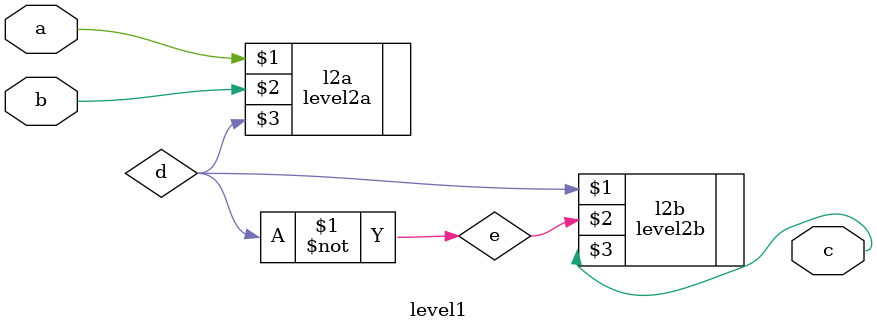
<source format=v>
module level1(
  input wire a,
  input  wire b,
  output wire c
);

wire d, e;

level2a l2a(a, b, d);
level2b l2b(d, e, c);

assign e = ~d;

endmodule

</source>
